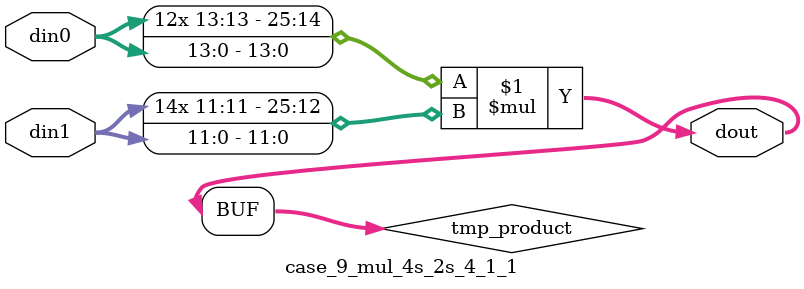
<source format=v>

`timescale 1 ns / 1 ps

 module case_9_mul_4s_2s_4_1_1(din0, din1, dout);
parameter ID = 1;
parameter NUM_STAGE = 0;
parameter din0_WIDTH = 14;
parameter din1_WIDTH = 12;
parameter dout_WIDTH = 26;

input [din0_WIDTH - 1 : 0] din0; 
input [din1_WIDTH - 1 : 0] din1; 
output [dout_WIDTH - 1 : 0] dout;

wire signed [dout_WIDTH - 1 : 0] tmp_product;



























assign tmp_product = $signed(din0) * $signed(din1);








assign dout = tmp_product;





















endmodule

</source>
